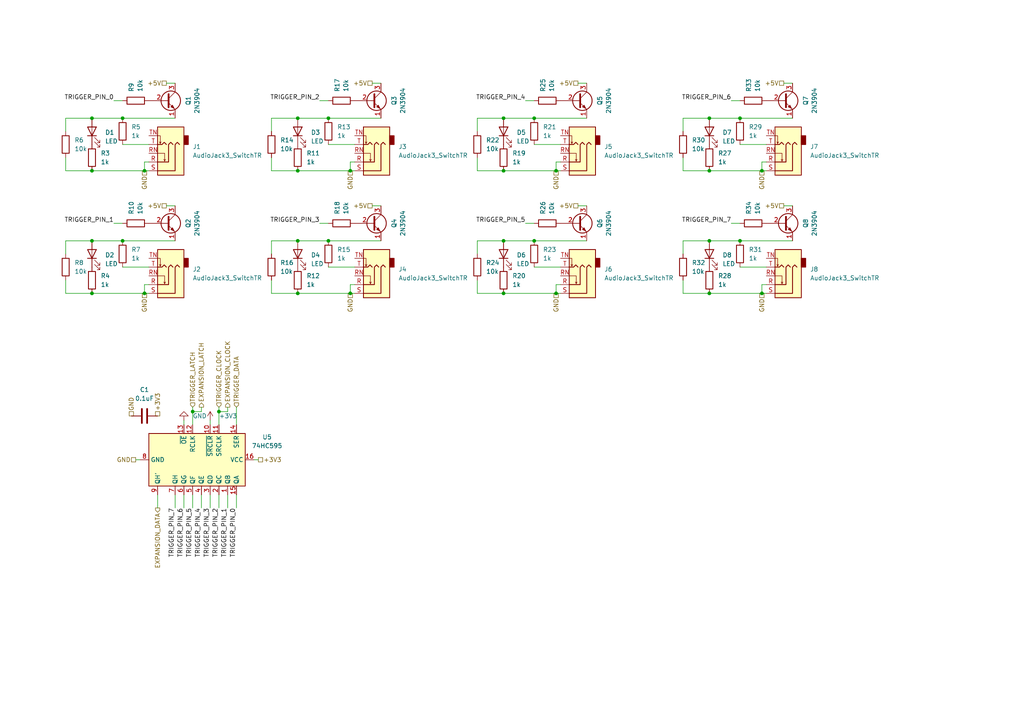
<source format=kicad_sch>
(kicad_sch (version 20211123) (generator eeschema)
  (paper "A4")
  (title_block (title "Sequencer / 8 Trigger Output") (date "2022-07-30") (rev "1") (company "Malik Enes SAFAK"))
  (lib_symbols
    (symbol "74xx:74HC595"
      (property "Reference" "U" (at -7.62 13.97 0))
      (property "Value" "74HC595" (at -7.62 -16.51 0))
      (symbol "74HC595_1_0"
        (pin tri_state line (at 10.16 7.62 180) (length 2.54) (name "QB") (number "1"))
        (pin input line (at -10.16 2.54 0) (length 2.54) (name "~{SRCLR}") (number "10"))
        (pin input line (at -10.16 5.08 0) (length 2.54) (name "SRCLK") (number "11"))
        (pin input line (at -10.16 -2.54 0) (length 2.54) (name "RCLK") (number "12"))
        (pin input line (at -10.16 -5.08 0) (length 2.54) (name "~{OE}") (number "13"))
        (pin input line (at -10.16 10.16 0) (length 2.54) (name "SER") (number "14"))
        (pin tri_state line (at 10.16 10.16 180) (length 2.54) (name "QA") (number "15"))
        (pin power_in line (at 0 15.24 270) (length 2.54) (name "VCC") (number "16"))
        (pin tri_state line (at 10.16 5.08 180) (length 2.54) (name "QC") (number "2"))
        (pin tri_state line (at 10.16 2.54 180) (length 2.54) (name "QD") (number "3"))
        (pin tri_state line (at 10.16 0 180) (length 2.54) (name "QE") (number "4"))
        (pin tri_state line (at 10.16 -2.54 180) (length 2.54) (name "QF") (number "5"))
        (pin tri_state line (at 10.16 -5.08 180) (length 2.54) (name "QG") (number "6"))
        (pin tri_state line (at 10.16 -7.62 180) (length 2.54) (name "QH") (number "7"))
        (pin power_in line (at 0 -17.78 90) (length 2.54) (name "GND") (number "8"))
        (pin output line (at 10.16 -12.7 180) (length 2.54) (name "QH'") (number "9"))
      )
      (symbol "74HC595_1_1"
        (rectangle (start -7.62 12.7) (end 7.62 -15.24) (stroke (width 0.254)) (fill (type background)))
      )
    )
    (symbol "Connector:AudioJack3_SwitchTR"
      (property "Reference" "J" (at 0 8.89 0))
      (property "Value" "AudioJack3_SwitchTR" (at 0 6.35 0))
      (symbol "AudioJack3_SwitchTR_0_1"
        (rectangle (start -5.08 -5.08) (end -6.35 -7.62) (stroke (width 0.254)) (fill (type outline)))
        (polyline (pts (xy 0.508 -0.254) (xy 0.762 -0.762)))
        (polyline (pts (xy 1.778 -5.334) (xy 2.032 -5.842)))
        (polyline (pts (xy 0 -5.08) (xy 0.635 -5.715) (xy 1.27 -5.08) (xy 2.54 -5.08)) (stroke (width 0.254)))
        (polyline (pts (xy 2.54 -7.62) (xy 1.778 -7.62) (xy 1.778 -5.334) (xy 1.524 -5.842)))
        (polyline (pts (xy 2.54 -2.54) (xy 0.508 -2.54) (xy 0.508 -0.254) (xy 0.254 -0.762)))
        (polyline (pts (xy -1.905 -5.08) (xy -1.27 -5.715) (xy -0.635 -5.08) (xy -0.635 0) (xy 2.54 0)) (stroke (width 0.254)))
        (polyline (pts (xy 2.54 2.54) (xy -2.54 2.54) (xy -2.54 -5.08) (xy -3.175 -5.715) (xy -3.81 -5.08)) (stroke (width 0.254)))
        (rectangle (start 2.54 3.81) (end -5.08 -10.16) (stroke (width 0.254)) (fill (type background)))
      )
      (symbol "AudioJack3_SwitchTR_1_1"
        (pin passive line (at 5.08 0 180) (length 2.54) (name "~") (number "R"))
        (pin passive line (at 5.08 -2.54 180) (length 2.54) (name "~") (number "RN"))
        (pin passive line (at 5.08 2.54 180) (length 2.54) (name "~") (number "S"))
        (pin passive line (at 5.08 -5.08 180) (length 2.54) (name "~") (number "T"))
        (pin passive line (at 5.08 -7.62 180) (length 2.54) (name "~") (number "TN"))
      )
    )
    (symbol "Device:C" (pin_numbers hide) (pin_names (offset 0.254))
      (property "Reference" "C" (at 0.635 2.54 0))
      (property "Value" "C" (at 0.635 -2.54 0))
      (symbol "C_0_1"
        (polyline (pts (xy -2.032 -0.762) (xy 2.032 -0.762)) (stroke (width 0.508)))
        (polyline (pts (xy -2.032 0.762) (xy 2.032 0.762)) (stroke (width 0.508)))
      )
      (symbol "C_1_1"
        (pin passive line (at 0 3.81 270) (length 2.794) (name "~") (number "1"))
        (pin passive line (at 0 -3.81 90) (length 2.794) (name "~") (number "2"))
      )
    )
    (symbol "Device:LED" (pin_numbers hide) (pin_names (offset 1.016) hide)
      (property "Reference" "D" (at 0 2.54 0))
      (property "Value" "LED" (at 0 -2.54 0))
      (symbol "LED_0_1"
        (polyline (pts (xy -1.27 -1.27) (xy -1.27 1.27)) (stroke (width 0.254)))
        (polyline (pts (xy -1.27 0) (xy 1.27 0)))
        (polyline (pts (xy 1.27 -1.27) (xy 1.27 1.27) (xy -1.27 0) (xy 1.27 -1.27)) (stroke (width 0.254)))
        (polyline (pts (xy -3.048 -0.762) (xy -4.572 -2.286) (xy -3.81 -2.286) (xy -4.572 -2.286) (xy -4.572 -1.524)))
        (polyline (pts (xy -1.778 -0.762) (xy -3.302 -2.286) (xy -2.54 -2.286) (xy -3.302 -2.286) (xy -3.302 -1.524)))
      )
      (symbol "LED_1_1"
        (pin passive line (at -3.81 0 0) (length 2.54) (name "K") (number "1"))
        (pin passive line (at 3.81 0 180) (length 2.54) (name "A") (number "2"))
      )
    )
    (symbol "Device:R" (pin_numbers hide) (pin_names (offset 0))
      (property "Reference" "R" (at 2.032 0 90))
      (property "Value" "R" (at 0 0 90))
      (symbol "R_0_1"
        (rectangle (start -1.016 -2.54) (end 1.016 2.54) (stroke (width 0.254)))
      )
      (symbol "R_1_1"
        (pin passive line (at 0 3.81 270) (length 1.27) (name "~") (number "1"))
        (pin passive line (at 0 -3.81 90) (length 1.27) (name "~") (number "2"))
      )
    )
    (symbol "Transistor_BJT:2N3904" (pin_names (offset 0) hide)
      (property "Reference" "Q" (at 5.08 1.905 0))
      (property "Value" "2N3904" (at 5.08 0 0))
      (symbol "2N3904_0_1"
        (polyline (pts (xy 0.635 0.635) (xy 2.54 2.54)))
        (polyline (pts (xy 0.635 -0.635) (xy 2.54 -2.54) (xy 2.54 -2.54)))
        (polyline (pts (xy 0.635 1.905) (xy 0.635 -1.905) (xy 0.635 -1.905)) (stroke (width 0.508)))
        (polyline (pts (xy 1.27 -1.778) (xy 1.778 -1.27) (xy 2.286 -2.286) (xy 1.27 -1.778) (xy 1.27 -1.778)) (fill (type outline)))
        (circle (center 1.27 0) (radius 2.8194) (stroke (width 0.254)))
      )
      (symbol "2N3904_1_1"
        (pin passive line (at 2.54 -5.08 90) (length 2.54) (name "E") (number "1"))
        (pin passive line (at -5.08 0 0) (length 5.715) (name "B") (number "2"))
        (pin passive line (at 2.54 5.08 270) (length 2.54) (name "C") (number "3"))
      )
    )
    (symbol "power:+3V3" (power) (pin_names (offset 0))
      (property "Value" "+3V3" (at 0 3.556 0))
      (symbol "+3V3_0_1"
        (polyline (pts (xy -0.762 1.27) (xy 0 2.54)))
        (polyline (pts (xy 0 0) (xy 0 2.54)))
        (polyline (pts (xy 0 2.54) (xy 0.762 1.27)))
      )
      (symbol "+3V3_1_1"
        (pin power_in line (at 0 0 90) (length 0) hide (name "+3V3") (number "1"))
      )
    )
    (symbol "power:GND" (power) (pin_names (offset 0))
      (property "Value" "GND" (at 0 -3.81 0))
      (symbol "GND_0_1"
        (polyline (pts (xy 0 0) (xy 0 -1.27) (xy 1.27 -1.27) (xy 0 -2.54) (xy -1.27 -1.27) (xy 0 -1.27)))
      )
      (symbol "GND_1_1"
        (pin power_in line (at 0 0 270) (length 0) hide (name "GND") (number "1"))
      )
    )
  )
  (junction (at 101.6 49.53))
  (junction (at 146.05 85.09))
  (junction (at 86.36 49.53))
  (junction (at 214.63 69.85))
  (junction (at 161.29 85.09))
  (junction (at 161.29 49.53))
  (junction (at 26.67 85.09))
  (junction (at 55.88 119.38))
  (junction (at 146.05 69.85))
  (junction (at 205.74 69.85))
  (junction (at 86.36 69.85))
  (junction (at 154.94 69.85))
  (junction (at 205.74 85.09))
  (junction (at 205.74 34.29))
  (junction (at 95.25 69.85))
  (junction (at 63.5 119.38))
  (junction (at 205.74 49.53))
  (junction (at 220.98 49.53))
  (junction (at 154.94 34.29))
  (junction (at 41.91 85.09))
  (junction (at 86.36 34.29))
  (junction (at 146.05 49.53))
  (junction (at 214.63 34.29))
  (junction (at 146.05 34.29))
  (junction (at 35.56 69.85))
  (junction (at 86.36 85.09))
  (junction (at 220.98 85.09))
  (junction (at 26.67 34.29))
  (junction (at 101.6 85.09))
  (junction (at 26.67 49.53))
  (junction (at 95.25 34.29))
  (junction (at 41.91 49.53))
  (junction (at 26.67 69.85))
  (junction (at 35.56 34.29))
  (wire (pts (xy 146.05 69.85) (xy 154.94 69.85)))
  (wire (pts (xy 39.37 133.35) (xy 40.64 133.35)))
  (wire (pts (xy 78.74 69.85) (xy 86.36 69.85)))
  (wire (pts (xy 26.67 49.53) (xy 41.91 49.53)))
  (wire (pts (xy 220.98 82.55) (xy 220.98 85.09)))
  (wire (pts (xy 138.43 38.1) (xy 138.43 34.29)))
  (wire (pts (xy 162.56 82.55) (xy 161.29 82.55)))
  (wire (pts (xy 35.56 77.47) (xy 43.18 77.47)))
  (wire (pts (xy 154.94 77.47) (xy 162.56 77.47)))
  (wire (pts (xy 19.05 85.09) (xy 26.67 85.09)))
  (wire (pts (xy 66.04 119.38) (xy 63.5 119.38)))
  (wire (pts (xy 78.74 85.09) (xy 86.36 85.09)))
  (wire (pts (xy 161.29 49.53) (xy 162.56 49.53)))
  (wire (pts (xy 214.63 34.29) (xy 229.87 34.29)))
  (wire (pts (xy 78.74 73.66) (xy 78.74 69.85)))
  (wire (pts (xy 198.12 73.66) (xy 198.12 69.85)))
  (wire (pts (xy 55.88 118.11) (xy 55.88 119.38)))
  (wire (pts (xy 222.25 82.55) (xy 220.98 82.55)))
  (wire (pts (xy 198.12 81.28) (xy 198.12 85.09)))
  (wire (pts (xy 138.43 69.85) (xy 146.05 69.85)))
  (wire (pts (xy 43.18 46.99) (xy 41.91 46.99)))
  (wire (pts (xy 86.36 85.09) (xy 101.6 85.09)))
  (wire (pts (xy 229.87 24.13) (xy 227.33 24.13)))
  (wire (pts (xy 33.02 64.77) (xy 35.56 64.77)))
  (wire (pts (xy 78.74 38.1) (xy 78.74 34.29)))
  (wire (pts (xy 222.25 46.99) (xy 220.98 46.99)))
  (wire (pts (xy 58.42 119.38) (xy 55.88 119.38)))
  (wire (pts (xy 55.88 119.38) (xy 55.88 123.19)))
  (wire (pts (xy 19.05 73.66) (xy 19.05 69.85)))
  (wire (pts (xy 101.6 49.53) (xy 102.87 49.53)))
  (wire (pts (xy 68.58 118.11) (xy 68.58 123.19)))
  (wire (pts (xy 161.29 82.55) (xy 161.29 85.09)))
  (wire (pts (xy 101.6 82.55) (xy 101.6 85.09)))
  (wire (pts (xy 95.25 69.85) (xy 110.49 69.85)))
  (wire (pts (xy 214.63 69.85) (xy 229.87 69.85)))
  (wire (pts (xy 33.02 29.21) (xy 35.56 29.21)))
  (wire (pts (xy 53.34 143.51) (xy 53.34 147.32)))
  (wire (pts (xy 138.43 81.28) (xy 138.43 85.09)))
  (wire (pts (xy 162.56 46.99) (xy 161.29 46.99)))
  (wire (pts (xy 146.05 34.29) (xy 154.94 34.29)))
  (wire (pts (xy 63.5 119.38) (xy 63.5 123.19)))
  (wire (pts (xy 214.63 77.47) (xy 222.25 77.47)))
  (wire (pts (xy 19.05 38.1) (xy 19.05 34.29)))
  (wire (pts (xy 45.72 143.51) (xy 45.72 147.32)))
  (wire (pts (xy 198.12 38.1) (xy 198.12 34.29)))
  (wire (pts (xy 198.12 45.72) (xy 198.12 49.53)))
  (wire (pts (xy 198.12 85.09) (xy 205.74 85.09)))
  (wire (pts (xy 95.25 34.29) (xy 110.49 34.29)))
  (wire (pts (xy 19.05 45.72) (xy 19.05 49.53)))
  (wire (pts (xy 102.87 46.99) (xy 101.6 46.99)))
  (wire (pts (xy 78.74 45.72) (xy 78.74 49.53)))
  (wire (pts (xy 50.8 143.51) (xy 50.8 147.32)))
  (wire (pts (xy 78.74 49.53) (xy 86.36 49.53)))
  (wire (pts (xy 55.88 143.51) (xy 55.88 147.32)))
  (wire (pts (xy 205.74 34.29) (xy 214.63 34.29)))
  (wire (pts (xy 95.25 41.91) (xy 102.87 41.91)))
  (wire (pts (xy 41.91 46.99) (xy 41.91 49.53)))
  (wire (pts (xy 170.18 24.13) (xy 167.64 24.13)))
  (wire (pts (xy 35.56 69.85) (xy 50.8 69.85)))
  (wire (pts (xy 198.12 34.29) (xy 205.74 34.29)))
  (wire (pts (xy 95.25 77.47) (xy 102.87 77.47)))
  (wire (pts (xy 205.74 69.85) (xy 214.63 69.85)))
  (wire (pts (xy 86.36 34.29) (xy 95.25 34.29)))
  (wire (pts (xy 60.96 143.51) (xy 60.96 147.32)))
  (wire (pts (xy 92.71 64.77) (xy 95.25 64.77)))
  (wire (pts (xy 138.43 73.66) (xy 138.43 69.85)))
  (wire (pts (xy 170.18 59.69) (xy 167.64 59.69)))
  (wire (pts (xy 220.98 46.99) (xy 220.98 49.53)))
  (wire (pts (xy 19.05 49.53) (xy 26.67 49.53)))
  (wire (pts (xy 58.42 143.51) (xy 58.42 147.32)))
  (wire (pts (xy 35.56 34.29) (xy 50.8 34.29)))
  (wire (pts (xy 78.74 34.29) (xy 86.36 34.29)))
  (wire (pts (xy 73.66 133.35) (xy 74.93 133.35)))
  (wire (pts (xy 161.29 85.09) (xy 162.56 85.09)))
  (wire (pts (xy 220.98 49.53) (xy 222.25 49.53)))
  (wire (pts (xy 110.49 59.69) (xy 107.95 59.69)))
  (wire (pts (xy 43.18 82.55) (xy 41.91 82.55)))
  (wire (pts (xy 154.94 41.91) (xy 162.56 41.91)))
  (wire (pts (xy 35.56 41.91) (xy 43.18 41.91)))
  (wire (pts (xy 19.05 69.85) (xy 26.67 69.85)))
  (wire (pts (xy 58.42 118.11) (xy 58.42 119.38)))
  (wire (pts (xy 78.74 81.28) (xy 78.74 85.09)))
  (wire (pts (xy 50.8 59.69) (xy 48.26 59.69)))
  (wire (pts (xy 205.74 85.09) (xy 220.98 85.09)))
  (wire (pts (xy 146.05 85.09) (xy 161.29 85.09)))
  (wire (pts (xy 60.96 121.92) (xy 60.96 123.19)))
  (wire (pts (xy 138.43 34.29) (xy 146.05 34.29)))
  (wire (pts (xy 101.6 46.99) (xy 101.6 49.53)))
  (wire (pts (xy 68.58 143.51) (xy 68.58 147.32)))
  (wire (pts (xy 110.49 24.13) (xy 107.95 24.13)))
  (wire (pts (xy 53.34 121.92) (xy 53.34 123.19)))
  (wire (pts (xy 152.4 29.21) (xy 154.94 29.21)))
  (wire (pts (xy 198.12 49.53) (xy 205.74 49.53)))
  (wire (pts (xy 146.05 49.53) (xy 161.29 49.53)))
  (wire (pts (xy 214.63 41.91) (xy 222.25 41.91)))
  (wire (pts (xy 19.05 81.28) (xy 19.05 85.09)))
  (wire (pts (xy 138.43 45.72) (xy 138.43 49.53)))
  (wire (pts (xy 41.91 85.09) (xy 43.18 85.09)))
  (wire (pts (xy 41.91 82.55) (xy 41.91 85.09)))
  (wire (pts (xy 152.4 64.77) (xy 154.94 64.77)))
  (wire (pts (xy 212.09 29.21) (xy 214.63 29.21)))
  (wire (pts (xy 154.94 34.29) (xy 170.18 34.29)))
  (wire (pts (xy 26.67 69.85) (xy 35.56 69.85)))
  (wire (pts (xy 63.5 118.11) (xy 63.5 119.38)))
  (wire (pts (xy 198.12 69.85) (xy 205.74 69.85)))
  (wire (pts (xy 138.43 85.09) (xy 146.05 85.09)))
  (wire (pts (xy 229.87 59.69) (xy 227.33 59.69)))
  (wire (pts (xy 26.67 85.09) (xy 41.91 85.09)))
  (wire (pts (xy 102.87 82.55) (xy 101.6 82.55)))
  (wire (pts (xy 138.43 49.53) (xy 146.05 49.53)))
  (wire (pts (xy 63.5 143.51) (xy 63.5 147.32)))
  (wire (pts (xy 205.74 49.53) (xy 220.98 49.53)))
  (wire (pts (xy 92.71 29.21) (xy 95.25 29.21)))
  (wire (pts (xy 101.6 85.09) (xy 102.87 85.09)))
  (wire (pts (xy 19.05 34.29) (xy 26.67 34.29)))
  (wire (pts (xy 86.36 69.85) (xy 95.25 69.85)))
  (wire (pts (xy 86.36 49.53) (xy 101.6 49.53)))
  (wire (pts (xy 50.8 24.13) (xy 48.26 24.13)))
  (wire (pts (xy 212.09 64.77) (xy 214.63 64.77)))
  (wire (pts (xy 66.04 143.51) (xy 66.04 147.32)))
  (wire (pts (xy 161.29 46.99) (xy 161.29 49.53)))
  (wire (pts (xy 66.04 118.11) (xy 66.04 119.38)))
  (wire (pts (xy 220.98 85.09) (xy 222.25 85.09)))
  (wire (pts (xy 26.67 34.29) (xy 35.56 34.29)))
  (wire (pts (xy 154.94 69.85) (xy 170.18 69.85)))
  (wire (pts (xy 41.91 49.53) (xy 43.18 49.53)))
  (label "TRIGGER_PIN_4" (at 58.42 147.32 270))
  (label "TRIGGER_PIN_1" (at 33.02 64.77 180))
  (label "TRIGGER_PIN_6" (at 212.09 29.21 180))
  (label "TRIGGER_PIN_2" (at 63.5 147.32 270))
  (label "TRIGGER_PIN_2" (at 92.71 29.21 180))
  (label "TRIGGER_PIN_0" (at 68.58 147.32 270))
  (label "TRIGGER_PIN_7" (at 50.8 147.32 270))
  (label "TRIGGER_PIN_1" (at 66.04 147.32 270))
  (label "TRIGGER_PIN_5" (at 55.88 147.32 270))
  (label "TRIGGER_PIN_7" (at 212.09 64.77 180))
  (label "TRIGGER_PIN_4" (at 152.4 29.21 180))
  (label "TRIGGER_PIN_6" (at 53.34 147.32 270))
  (label "TRIGGER_PIN_0" (at 33.02 29.21 180))
  (label "TRIGGER_PIN_5" (at 152.4 64.77 180))
  (label "TRIGGER_PIN_3" (at 92.71 64.77 180))
  (label "TRIGGER_PIN_3" (at 60.96 147.32 270))
  (hierarchical_label "+5V" (shape passive) (at 227.33 59.69 180))
  (hierarchical_label "EXPANSION_DATA" (shape output) (at 45.72 147.32 270))
  (hierarchical_label "GND" (shape passive) (at 41.91 49.53 270))
  (hierarchical_label "GND" (shape passive) (at 161.29 49.53 270))
  (hierarchical_label "EXPANSION_LATCH" (shape output) (at 58.42 118.11 90))
  (hierarchical_label "+5V" (shape passive) (at 107.95 24.13 180))
  (hierarchical_label "GND" (shape passive) (at 161.29 85.09 270))
  (hierarchical_label "+5V" (shape passive) (at 167.64 24.13 180))
  (hierarchical_label "+5V" (shape passive) (at 167.64 59.69 180))
  (hierarchical_label "GND" (shape passive) (at 101.6 49.53 270))
  (hierarchical_label "+5V" (shape passive) (at 48.26 59.69 180))
  (hierarchical_label "TRIGGER_CLOCK" (shape input) (at 63.5 118.11 90))
  (hierarchical_label "GND" (shape passive) (at 220.98 49.53 270))
  (hierarchical_label "+5V" (shape passive) (at 227.33 24.13 180))
  (hierarchical_label "GND" (shape passive) (at 39.37 133.35 180))
  (hierarchical_label "+3V3" (shape passive) (at 74.93 133.35 0))
  (hierarchical_label "GND" (shape passive) (at 38.1 120.65 90))
  (hierarchical_label "GND" (shape passive) (at 41.91 85.09 270))
  (hierarchical_label "+5V" (shape passive) (at 107.95 59.69 180))
  (hierarchical_label "+5V" (shape passive) (at 48.26 24.13 180))
  (hierarchical_label "+3V3" (shape passive) (at 45.72 120.65 90))
  (hierarchical_label "GND" (shape passive) (at 220.98 85.09 270))
  (hierarchical_label "TRIGGER_DATA" (shape input) (at 68.58 118.11 90))
  (hierarchical_label "GND" (shape passive) (at 101.6 85.09 270))
  (hierarchical_label "TRIGGER_LATCH" (shape input) (at 55.88 118.11 90))
  (hierarchical_label "EXPANSION_CLOCK" (shape output) (at 66.04 118.11 90))
  (symbol (lib_id "Transistor_BJT:2N3904") (at 107.95 64.77 0) (unit 1)
    (property "Reference" "Q4" (at 114.3 64.77 90))
    (property "Value" "2N3904" (at 116.84 64.77 90))
    (property "Footprint" "Package_TO_SOT_SMD:SOT-23" (effects hide))
    (property "Datasheet" "https://www.onsemi.com/pub/Collateral/2N3903-D.PDF" (effects hide))
  )
  (symbol (lib_id "Device:R") (at 19.05 41.91 0) (unit 1)
    (property "Reference" "R6" (at 21.59 40.6399 0) (effects (justify left)))
    (property "Value" "10k" (at 21.59 43.1799 0) (effects (justify left)))
    (property "Footprint" "Resistor_SMD:R_0805_2012Metric_Pad1.20x1.40mm_HandSolder" (effects hide))
  )
  (symbol (lib_id "Device:R") (at 78.74 77.47 0) (unit 1)
    (property "Reference" "R16" (at 81.28 76.1999 0) (effects (justify left)))
    (property "Value" "10k" (at 81.28 78.7399 0) (effects (justify left)))
    (property "Footprint" "Resistor_SMD:R_0805_2012Metric_Pad1.20x1.40mm_HandSolder" (effects hide))
  )
  (symbol (lib_id "Device:R") (at 86.36 45.72 0) (unit 1)
    (property "Reference" "R11" (at 88.9 44.4499 0) (effects (justify left)))
    (property "Value" "1k" (at 88.9 46.9899 0) (effects (justify left)))
    (property "Footprint" "Resistor_SMD:R_0805_2012Metric_Pad1.20x1.40mm_HandSolder" (effects hide))
  )
  (symbol (lib_id "Device:R") (at 35.56 73.66 0) (unit 1)
    (property "Reference" "R7" (at 38.1 72.3899 0) (effects (justify left)))
    (property "Value" "1k" (at 38.1 74.9299 0) (effects (justify left)))
    (property "Footprint" "Resistor_SMD:R_0805_2012Metric_Pad1.20x1.40mm_HandSolder" (effects hide))
  )
  (symbol (lib_id "Device:R") (at 138.43 77.47 0) (unit 1)
    (property "Reference" "R24" (at 140.97 76.1999 0) (effects (justify left)))
    (property "Value" "10k" (at 140.97 78.7399 0) (effects (justify left)))
    (property "Footprint" "Resistor_SMD:R_0805_2012Metric_Pad1.20x1.40mm_HandSolder" (effects hide))
  )
  (symbol (lib_id "Connector:AudioJack3_SwitchTR") (at 227.33 46.99 180) (unit 1)
    (property "Reference" "J7" (at 234.95 42.5449 0) (effects (justify right)))
    (property "Value" "AudioJack3_SwitchTR" (at 234.95 45.0849 0) (effects (justify right)))
  )
  (symbol (lib_id "Device:LED") (at 146.05 73.66 90) (unit 1)
    (property "Reference" "D6" (at 149.86 73.9774 90) (effects (justify right)))
    (property "Value" "LED" (at 149.86 76.5174 90) (effects (justify right)))
    (property "Footprint" "LED_SMD:LED_0805_2012Metric_Pad1.15x1.40mm_HandSolder" (effects hide))
  )
  (symbol (lib_id "Transistor_BJT:2N3904") (at 227.33 64.77 0) (unit 1)
    (property "Reference" "Q8" (at 233.68 64.77 90))
    (property "Value" "2N3904" (at 236.22 64.77 90))
    (property "Footprint" "Package_TO_SOT_SMD:SOT-23" (effects hide))
    (property "Datasheet" "https://www.onsemi.com/pub/Collateral/2N3903-D.PDF" (effects hide))
  )
  (symbol (lib_id "Device:R") (at 205.74 81.28 0) (unit 1)
    (property "Reference" "R28" (at 208.28 80.0099 0) (effects (justify left)))
    (property "Value" "1k" (at 208.28 82.5499 0) (effects (justify left)))
    (property "Footprint" "Resistor_SMD:R_0805_2012Metric_Pad1.20x1.40mm_HandSolder" (effects hide))
  )
  (symbol (lib_id "Device:R") (at 19.05 77.47 0) (unit 1)
    (property "Reference" "R8" (at 21.59 76.1999 0) (effects (justify left)))
    (property "Value" "10k" (at 21.59 78.7399 0) (effects (justify left)))
    (property "Footprint" "Resistor_SMD:R_0805_2012Metric_Pad1.20x1.40mm_HandSolder" (effects hide))
  )
  (symbol (lib_id "Transistor_BJT:2N3904") (at 227.33 29.21 0) (unit 1)
    (property "Reference" "Q7" (at 233.68 29.21 90))
    (property "Value" "2N3904" (at 236.22 29.21 90))
    (property "Footprint" "Package_TO_SOT_SMD:SOT-23" (effects hide))
    (property "Datasheet" "https://www.onsemi.com/pub/Collateral/2N3903-D.PDF" (effects hide))
  )
  (symbol (lib_id "Connector:AudioJack3_SwitchTR") (at 107.95 46.99 180) (unit 1)
    (property "Reference" "J3" (at 115.57 42.5449 0) (effects (justify right)))
    (property "Value" "AudioJack3_SwitchTR" (at 115.57 45.0849 0) (effects (justify right)))
  )
  (symbol (lib_id "Device:R") (at 138.43 41.91 0) (unit 1)
    (property "Reference" "R22" (at 140.97 40.6399 0) (effects (justify left)))
    (property "Value" "10k" (at 140.97 43.1799 0) (effects (justify left)))
    (property "Footprint" "Resistor_SMD:R_0805_2012Metric_Pad1.20x1.40mm_HandSolder" (effects hide))
  )
  (symbol (lib_id "Device:R") (at 205.74 45.72 0) (unit 1)
    (property "Reference" "R27" (at 208.28 44.4499 0) (effects (justify left)))
    (property "Value" "1k" (at 208.28 46.9899 0) (effects (justify left)))
    (property "Footprint" "Resistor_SMD:R_0805_2012Metric_Pad1.20x1.40mm_HandSolder" (effects hide))
  )
  (symbol (lib_id "Device:R") (at 198.12 77.47 0) (unit 1)
    (property "Reference" "R32" (at 200.66 76.1999 0) (effects (justify left)))
    (property "Value" "10k" (at 200.66 78.7399 0) (effects (justify left)))
    (property "Footprint" "Resistor_SMD:R_0805_2012Metric_Pad1.20x1.40mm_HandSolder" (effects hide))
  )
  (symbol (lib_id "Device:R") (at 26.67 45.72 0) (unit 1)
    (property "Reference" "R3" (at 29.21 44.4499 0) (effects (justify left)))
    (property "Value" "1k" (at 29.21 46.9899 0) (effects (justify left)))
    (property "Footprint" "Resistor_SMD:R_0805_2012Metric_Pad1.20x1.40mm_HandSolder" (effects hide))
  )
  (symbol (lib_id "Device:R") (at 214.63 38.1 0) (unit 1)
    (property "Reference" "R29" (at 217.17 36.8299 0) (effects (justify left)))
    (property "Value" "1k" (at 217.17 39.3699 0) (effects (justify left)))
    (property "Footprint" "Resistor_SMD:R_0805_2012Metric_Pad1.20x1.40mm_HandSolder" (effects hide))
  )
  (symbol (lib_id "Device:R") (at 95.25 38.1 0) (unit 1)
    (property "Reference" "R13" (at 97.79 36.8299 0) (effects (justify left)))
    (property "Value" "1k" (at 97.79 39.3699 0) (effects (justify left)))
    (property "Footprint" "Resistor_SMD:R_0805_2012Metric_Pad1.20x1.40mm_HandSolder" (effects hide))
  )
  (symbol (lib_id "Device:R") (at 214.63 73.66 0) (unit 1)
    (property "Reference" "R31" (at 217.17 72.3899 0) (effects (justify left)))
    (property "Value" "1k" (at 217.17 74.9299 0) (effects (justify left)))
    (property "Footprint" "Resistor_SMD:R_0805_2012Metric_Pad1.20x1.40mm_HandSolder" (effects hide))
  )
  (symbol (lib_id "power:GND") (at 53.34 121.92 180) (unit 1)
    (property "Reference" "#PWR015" (effects hide))
    (property "Value" "GND" (at 55.88 120.6499 0) (effects (justify right)))
  )
  (symbol (lib_id "Transistor_BJT:2N3904") (at 48.26 29.21 0) (unit 1)
    (property "Reference" "Q1" (at 54.61 29.21 90))
    (property "Value" "2N3904" (at 57.15 29.21 90))
    (property "Footprint" "Package_TO_SOT_SMD:SOT-23" (effects hide))
    (property "Datasheet" "https://www.onsemi.com/pub/Collateral/2N3903-D.PDF" (effects hide))
  )
  (symbol (lib_id "Device:LED") (at 86.36 73.66 90) (unit 1)
    (property "Reference" "D4" (at 90.17 73.9774 90) (effects (justify right)))
    (property "Value" "LED" (at 90.17 76.5174 90) (effects (justify right)))
    (property "Footprint" "LED_SMD:LED_0805_2012Metric_Pad1.15x1.40mm_HandSolder" (effects hide))
  )
  (symbol (lib_id "Device:R") (at 218.44 64.77 90) (unit 1)
    (property "Reference" "R34" (at 217.1699 62.23 0) (effects (justify left)))
    (property "Value" "10k" (at 219.7099 62.23 0) (effects (justify left)))
    (property "Footprint" "Resistor_SMD:R_0805_2012Metric_Pad1.20x1.40mm_HandSolder" (effects hide))
  )
  (symbol (lib_id "Connector:AudioJack3_SwitchTR") (at 48.26 82.55 180) (unit 1)
    (property "Reference" "J2" (at 55.88 78.1049 0) (effects (justify right)))
    (property "Value" "AudioJack3_SwitchTR" (at 55.88 80.6449 0) (effects (justify right)))
  )
  (symbol (lib_id "Device:R") (at 154.94 38.1 0) (unit 1)
    (property "Reference" "R21" (at 157.48 36.8299 0) (effects (justify left)))
    (property "Value" "1k" (at 157.48 39.3699 0) (effects (justify left)))
    (property "Footprint" "Resistor_SMD:R_0805_2012Metric_Pad1.20x1.40mm_HandSolder" (effects hide))
  )
  (symbol (lib_id "Device:LED") (at 26.67 73.66 90) (unit 1)
    (property "Reference" "D2" (at 30.48 73.9774 90) (effects (justify right)))
    (property "Value" "LED" (at 30.48 76.5174 90) (effects (justify right)))
    (property "Footprint" "LED_SMD:LED_0805_2012Metric_Pad1.15x1.40mm_HandSolder" (effects hide))
  )
  (symbol (lib_id "Transistor_BJT:2N3904") (at 107.95 29.21 0) (unit 1)
    (property "Reference" "Q3" (at 114.3 29.21 90))
    (property "Value" "2N3904" (at 116.84 29.21 90))
    (property "Footprint" "Package_TO_SOT_SMD:SOT-23" (effects hide))
    (property "Datasheet" "https://www.onsemi.com/pub/Collateral/2N3903-D.PDF" (effects hide))
  )
  (symbol (lib_id "Device:R") (at 198.12 41.91 0) (unit 1)
    (property "Reference" "R30" (at 200.66 40.6399 0) (effects (justify left)))
    (property "Value" "10k" (at 200.66 43.1799 0) (effects (justify left)))
    (property "Footprint" "Resistor_SMD:R_0805_2012Metric_Pad1.20x1.40mm_HandSolder" (effects hide))
  )
  (symbol (lib_id "Device:R") (at 218.44 29.21 90) (unit 1)
    (property "Reference" "R33" (at 217.1699 26.67 0) (effects (justify left)))
    (property "Value" "10k" (at 219.7099 26.67 0) (effects (justify left)))
    (property "Footprint" "Resistor_SMD:R_0805_2012Metric_Pad1.20x1.40mm_HandSolder" (effects hide))
  )
  (symbol (lib_id "Connector:AudioJack3_SwitchTR") (at 167.64 82.55 180) (unit 1)
    (property "Reference" "J6" (at 175.26 78.1049 0) (effects (justify right)))
    (property "Value" "AudioJack3_SwitchTR" (at 175.26 80.6449 0) (effects (justify right)))
  )
  (symbol (lib_id "Transistor_BJT:2N3904") (at 48.26 64.77 0) (unit 1)
    (property "Reference" "Q2" (at 54.61 64.77 90))
    (property "Value" "2N3904" (at 57.15 64.77 90))
    (property "Footprint" "Package_TO_SOT_SMD:SOT-23" (effects hide))
    (property "Datasheet" "https://www.onsemi.com/pub/Collateral/2N3903-D.PDF" (effects hide))
  )
  (symbol (lib_id "Device:R") (at 99.06 64.77 90) (unit 1)
    (property "Reference" "R18" (at 97.7899 62.23 0) (effects (justify left)))
    (property "Value" "10k" (at 100.3299 62.23 0) (effects (justify left)))
    (property "Footprint" "Resistor_SMD:R_0805_2012Metric_Pad1.20x1.40mm_HandSolder" (effects hide))
  )
  (symbol (lib_id "Device:R") (at 86.36 81.28 0) (unit 1)
    (property "Reference" "R12" (at 88.9 80.0099 0) (effects (justify left)))
    (property "Value" "1k" (at 88.9 82.5499 0) (effects (justify left)))
    (property "Footprint" "Resistor_SMD:R_0805_2012Metric_Pad1.20x1.40mm_HandSolder" (effects hide))
  )
  (symbol (lib_id "Transistor_BJT:2N3904") (at 167.64 29.21 0) (unit 1)
    (property "Reference" "Q5" (at 173.99 29.21 90))
    (property "Value" "2N3904" (at 176.53 29.21 90))
    (property "Footprint" "Package_TO_SOT_SMD:SOT-23" (effects hide))
    (property "Datasheet" "https://www.onsemi.com/pub/Collateral/2N3903-D.PDF" (effects hide))
  )
  (symbol (lib_id "Device:R") (at 26.67 81.28 0) (unit 1)
    (property "Reference" "R4" (at 29.21 80.0099 0) (effects (justify left)))
    (property "Value" "1k" (at 29.21 82.5499 0) (effects (justify left)))
    (property "Footprint" "Resistor_SMD:R_0805_2012Metric_Pad1.20x1.40mm_HandSolder" (effects hide))
  )
  (symbol (lib_id "Transistor_BJT:2N3904") (at 167.64 64.77 0) (unit 1)
    (property "Reference" "Q6" (at 173.99 64.77 90))
    (property "Value" "2N3904" (at 176.53 64.77 90))
    (property "Footprint" "Package_TO_SOT_SMD:SOT-23" (effects hide))
    (property "Datasheet" "https://www.onsemi.com/pub/Collateral/2N3903-D.PDF" (effects hide))
  )
  (symbol (lib_id "Device:R") (at 39.37 64.77 90) (unit 1)
    (property "Reference" "R10" (at 38.0999 62.23 0) (effects (justify left)))
    (property "Value" "10k" (at 40.6399 62.23 0) (effects (justify left)))
    (property "Footprint" "Resistor_SMD:R_0805_2012Metric_Pad1.20x1.40mm_HandSolder" (effects hide))
  )
  (symbol (lib_id "Device:LED") (at 205.74 38.1 90) (unit 1)
    (property "Reference" "D7" (at 209.55 38.4174 90) (effects (justify right)))
    (property "Value" "LED" (at 209.55 40.9574 90) (effects (justify right)))
    (property "Footprint" "LED_SMD:LED_0805_2012Metric_Pad1.15x1.40mm_HandSolder" (effects hide))
  )
  (symbol (lib_id "Device:R") (at 95.25 73.66 0) (unit 1)
    (property "Reference" "R15" (at 97.79 72.3899 0) (effects (justify left)))
    (property "Value" "1k" (at 97.79 74.9299 0) (effects (justify left)))
    (property "Footprint" "Resistor_SMD:R_0805_2012Metric_Pad1.20x1.40mm_HandSolder" (effects hide))
  )
  (symbol (lib_id "Device:R") (at 154.94 73.66 0) (unit 1)
    (property "Reference" "R23" (at 157.48 72.3899 0) (effects (justify left)))
    (property "Value" "1k" (at 157.48 74.9299 0) (effects (justify left)))
    (property "Footprint" "Resistor_SMD:R_0805_2012Metric_Pad1.20x1.40mm_HandSolder" (effects hide))
  )
  (symbol (lib_id "Connector:AudioJack3_SwitchTR") (at 48.26 46.99 180) (unit 1)
    (property "Reference" "J1" (at 55.88 42.5449 0) (effects (justify right)))
    (property "Value" "AudioJack3_SwitchTR" (at 55.88 45.0849 0) (effects (justify right)))
  )
  (symbol (lib_id "power:+3V3") (at 60.96 121.92 0) (unit 1)
    (property "Reference" "#PWR016" (effects hide))
    (property "Value" "+3V3" (at 63.5 120.6499 0) (effects (justify left)))
  )
  (symbol (lib_id "Device:LED") (at 205.74 73.66 90) (unit 1)
    (property "Reference" "D8" (at 209.55 73.9774 90) (effects (justify right)))
    (property "Value" "LED" (at 209.55 76.5174 90) (effects (justify right)))
    (property "Footprint" "LED_SMD:LED_0805_2012Metric_Pad1.15x1.40mm_HandSolder" (effects hide))
  )
  (symbol (lib_id "Device:R") (at 146.05 45.72 0) (unit 1)
    (property "Reference" "R19" (at 148.59 44.4499 0) (effects (justify left)))
    (property "Value" "1k" (at 148.59 46.9899 0) (effects (justify left)))
    (property "Footprint" "Resistor_SMD:R_0805_2012Metric_Pad1.20x1.40mm_HandSolder" (effects hide))
  )
  (symbol (lib_id "74xx:74HC595") (at 58.42 133.35 270) (unit 1)
    (property "Reference" "U5" (at 77.47 126.7712 90))
    (property "Value" "74HC595" (at 77.47 129.3112 90))
    (property "Footprint" "Package_DIP:DIP-16_W7.62mm" (effects hide))
    (property "Datasheet" "http://www.ti.com/lit/ds/symlink/sn74hc595.pdf" (effects hide))
  )
  (symbol (lib_id "Device:R") (at 158.75 29.21 90) (unit 1)
    (property "Reference" "R25" (at 157.4799 26.67 0) (effects (justify left)))
    (property "Value" "10k" (at 160.0199 26.67 0) (effects (justify left)))
    (property "Footprint" "Resistor_SMD:R_0805_2012Metric_Pad1.20x1.40mm_HandSolder" (effects hide))
  )
  (symbol (lib_id "Device:R") (at 39.37 29.21 90) (unit 1)
    (property "Reference" "R9" (at 38.0999 26.67 0) (effects (justify left)))
    (property "Value" "10k" (at 40.6399 26.67 0) (effects (justify left)))
    (property "Footprint" "Resistor_SMD:R_0805_2012Metric_Pad1.20x1.40mm_HandSolder" (effects hide))
  )
  (symbol (lib_id "Device:LED") (at 86.36 38.1 90) (unit 1)
    (property "Reference" "D3" (at 90.17 38.4174 90) (effects (justify right)))
    (property "Value" "LED" (at 90.17 40.9574 90) (effects (justify right)))
    (property "Footprint" "LED_SMD:LED_0805_2012Metric_Pad1.15x1.40mm_HandSolder" (effects hide))
  )
  (symbol (lib_id "Connector:AudioJack3_SwitchTR") (at 167.64 46.99 180) (unit 1)
    (property "Reference" "J5" (at 175.26 42.5449 0) (effects (justify right)))
    (property "Value" "AudioJack3_SwitchTR" (at 175.26 45.0849 0) (effects (justify right)))
  )
  (symbol (lib_id "Device:C") (at 41.91 120.65 90) (unit 1)
    (property "Reference" "C1" (at 41.91 113.03 90))
    (property "Value" "0.1uF" (at 41.91 115.57 90))
    (property "Footprint" "Capacitor_SMD:C_0805_2012Metric_Pad1.18x1.45mm_HandSolder" (effects hide))
  )
  (symbol (lib_id "Device:R") (at 146.05 81.28 0) (unit 1)
    (property "Reference" "R20" (at 148.59 80.0099 0) (effects (justify left)))
    (property "Value" "1k" (at 148.59 82.5499 0) (effects (justify left)))
    (property "Footprint" "Resistor_SMD:R_0805_2012Metric_Pad1.20x1.40mm_HandSolder" (effects hide))
  )
  (symbol (lib_id "Device:LED") (at 146.05 38.1 90) (unit 1)
    (property "Reference" "D5" (at 149.86 38.4174 90) (effects (justify right)))
    (property "Value" "LED" (at 149.86 40.9574 90) (effects (justify right)))
    (property "Footprint" "LED_SMD:LED_0805_2012Metric_Pad1.15x1.40mm_HandSolder" (effects hide))
  )
  (symbol (lib_id "Device:R") (at 35.56 38.1 0) (unit 1)
    (property "Reference" "R5" (at 38.1 36.8299 0) (effects (justify left)))
    (property "Value" "1k" (at 38.1 39.3699 0) (effects (justify left)))
    (property "Footprint" "Resistor_SMD:R_0805_2012Metric_Pad1.20x1.40mm_HandSolder" (effects hide))
  )
  (symbol (lib_id "Device:R") (at 78.74 41.91 0) (unit 1)
    (property "Reference" "R14" (at 81.28 40.6399 0) (effects (justify left)))
    (property "Value" "10k" (at 81.28 43.1799 0) (effects (justify left)))
    (property "Footprint" "Resistor_SMD:R_0805_2012Metric_Pad1.20x1.40mm_HandSolder" (effects hide))
  )
  (symbol (lib_id "Device:LED") (at 26.67 38.1 90) (unit 1)
    (property "Reference" "D1" (at 30.48 38.4174 90) (effects (justify right)))
    (property "Value" "LED" (at 30.48 40.9574 90) (effects (justify right)))
    (property "Footprint" "LED_SMD:LED_0805_2012Metric_Pad1.15x1.40mm_HandSolder" (effects hide))
  )
  (symbol (lib_id "Connector:AudioJack3_SwitchTR") (at 227.33 82.55 180) (unit 1)
    (property "Reference" "J8" (at 234.95 78.1049 0) (effects (justify right)))
    (property "Value" "AudioJack3_SwitchTR" (at 234.95 80.6449 0) (effects (justify right)))
  )
  (symbol (lib_id "Connector:AudioJack3_SwitchTR") (at 107.95 82.55 180) (unit 1)
    (property "Reference" "J4" (at 115.57 78.1049 0) (effects (justify right)))
    (property "Value" "AudioJack3_SwitchTR" (at 115.57 80.6449 0) (effects (justify right)))
  )
  (symbol (lib_id "Device:R") (at 99.06 29.21 90) (unit 1)
    (property "Reference" "R17" (at 97.7899 26.67 0) (effects (justify left)))
    (property "Value" "10k" (at 100.3299 26.67 0) (effects (justify left)))
    (property "Footprint" "Resistor_SMD:R_0805_2012Metric_Pad1.20x1.40mm_HandSolder" (effects hide))
  )
  (symbol (lib_id "Device:R") (at 158.75 64.77 90) (unit 1)
    (property "Reference" "R26" (at 157.4799 62.23 0) (effects (justify left)))
    (property "Value" "10k" (at 160.0199 62.23 0) (effects (justify left)))
    (property "Footprint" "Resistor_SMD:R_0805_2012Metric_Pad1.20x1.40mm_HandSolder" (effects hide))
  )
)
</source>
